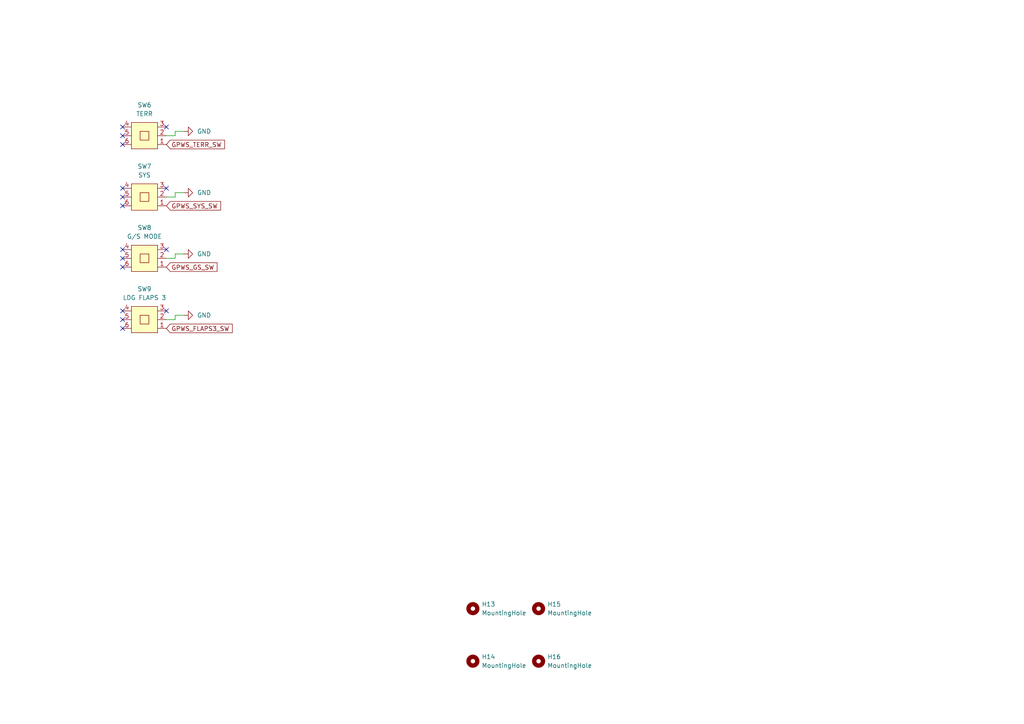
<source format=kicad_sch>
(kicad_sch (version 20250114) (generator "eeschema") (generator_version "9.0")
  (paper "A4")
  (lib_symbols
    (symbol "Mechanical:MountingHole" (pin_names (offset 1.016)) (exclude_from_sim yes) (in_bom no)
      (property "Reference" "H" (at 0 5.08 0))
      (property "Value" "MountingHole" (at 0 3.175 0))
      (symbol "MountingHole_0_1"
        (circle (center 0 0) (radius 1.27) (stroke (width 1.27)))
      )
    )
    (symbol "SFLibrary:SW_DPDT_XLX" (pin_names (offset 1.016))
      (property "Reference" "U" (at 0 5.08 0))
      (property "Value" "SW_DPDT_XLX" (at 0 2.54 0))
      (symbol "SW_DPDT_XLX_0_1"
        (rectangle (start -3.81 0) (end 3.81 -7.62) (fill (type background)))
        (polyline (pts (xy -1.27 -2.54) (xy 1.27 -2.54) (xy 1.27 -5.08) (xy -1.27 -5.08) (xy -1.27 -2.54)))
      )
      (symbol "SW_DPDT_XLX_1_1"
        (pin input line (at -6.35 -1.27 0) (length 2.54) (name "~") (number "4"))
        (pin input line (at -6.35 -3.81 0) (length 2.54) (name "~") (number "5"))
        (pin input line (at -6.35 -6.35 0) (length 2.54) (name "~") (number "6"))
        (pin input line (at 6.35 -1.27 180) (length 2.54) (name "~") (number "3"))
        (pin input line (at 6.35 -3.81 180) (length 2.54) (name "~") (number "2"))
        (pin input line (at 6.35 -6.35 180) (length 2.54) (name "~") (number "1"))
      )
    )
    (symbol "power:GND" (power) (pin_numbers (hide yes)) (pin_names (offset 0) (hide yes))
      (property "Value" "GND" (at 0 -3.81 0))
      (symbol "GND_0_1"
        (polyline (pts (xy 0 0) (xy 0 -1.27) (xy 1.27 -1.27) (xy 0 -2.54) (xy -1.27 -1.27) (xy 0 -1.27)))
      )
      (symbol "GND_1_1"
        (pin power_in line (at 0 0 270) (length 0) (name "~") (number "1"))
      )
    )
  )
  (no_connect (at 48.26 54.61))
  (no_connect (at 35.56 74.93))
  (no_connect (at 35.56 54.61))
  (no_connect (at 35.56 41.91))
  (no_connect (at 35.56 57.15))
  (no_connect (at 48.26 36.83))
  (no_connect (at 35.56 72.39))
  (no_connect (at 35.56 77.47))
  (no_connect (at 35.56 39.37))
  (no_connect (at 35.56 95.25))
  (no_connect (at 35.56 92.71))
  (no_connect (at 48.26 72.39))
  (no_connect (at 35.56 36.83))
  (no_connect (at 35.56 59.69))
  (no_connect (at 35.56 90.17))
  (no_connect (at 48.26 90.17))
  (wire (pts (xy 50.8 57.15) (xy 48.26 57.15)))
  (wire (pts (xy 50.8 73.66) (xy 50.8 74.93)))
  (wire (pts (xy 53.34 38.1) (xy 50.8 38.1)))
  (wire (pts (xy 53.34 55.88) (xy 50.8 55.88)))
  (wire (pts (xy 53.34 91.44) (xy 50.8 91.44)))
  (wire (pts (xy 50.8 39.37) (xy 48.26 39.37)))
  (wire (pts (xy 50.8 91.44) (xy 50.8 92.71)))
  (wire (pts (xy 50.8 74.93) (xy 48.26 74.93)))
  (wire (pts (xy 50.8 92.71) (xy 48.26 92.71)))
  (wire (pts (xy 50.8 38.1) (xy 50.8 39.37)))
  (wire (pts (xy 53.34 73.66) (xy 50.8 73.66)))
  (wire (pts (xy 50.8 55.88) (xy 50.8 57.15)))
  (global_label "GPWS_SYS_SW" (shape input) (at 48.26 59.69 0) (property "Intersheetrefs" "${INTERSHEET_REFS}" (effects (hide yes))))
  (global_label "GPWS_FLAPS3_SW" (shape input) (at 48.26 95.25 0) (property "Intersheetrefs" "${INTERSHEET_REFS}" (effects (hide yes))))
  (global_label "GPWS_GS_SW" (shape input) (at 48.26 77.47 0) (property "Intersheetrefs" "${INTERSHEET_REFS}" (effects (hide yes))))
  (global_label "GPWS_TERR_SW" (shape input) (at 48.26 41.91 0) (property "Intersheetrefs" "${INTERSHEET_REFS}" (effects (hide yes))))
  (symbol (lib_id "power:GND") (at 53.34 38.1 90) (unit 1)
    (property "Reference" "#PWR015" (effects (hide yes)))
    (property "Value" "GND" (at 57.15 38.0999 90) (effects (justify right)))
    (property "Description" "Power symbol creates a global label with name \"GND\" , ground" (effects (hide yes)))
  )
  (symbol (lib_id "Mechanical:MountingHole") (at 137.16 176.53 0) (unit 1) (exclude_from_sim yes) (in_bom no)
    (property "Reference" "H13" (at 139.7 175.2599 0) (effects (justify left)))
    (property "Value" "MountingHole" (at 139.7 177.7999 0) (effects (justify left)))
    (property "Footprint" "MountingHole:MountingHole_3.2mm_M3_DIN965_Pad_TopBottom" (effects (hide yes)))
    (property "Description" "Mounting Hole without connection" (effects (hide yes)))
  )
  (symbol (lib_id "SFLibrary:SW_DPDT_XLX") (at 41.91 71.12 0) (unit 1)
    (property "Reference" "SW8" (at 41.91 66.04 0))
    (property "Value" "G/S MODE" (at 41.91 68.58 0))
    (property "Footprint" "PCM_SFLibrary:G-Switch PS-7054DVB-6PN" (effects (hide yes)))
  )
  (symbol (lib_id "SFLibrary:SW_DPDT_XLX") (at 41.91 88.9 0) (unit 1)
    (property "Reference" "SW9" (at 41.91 83.82 0))
    (property "Value" "LDG FLAPS 3" (at 41.91 86.36 0))
    (property "Footprint" "PCM_SFLibrary:G-Switch PS-7054DVB-6PN" (effects (hide yes)))
  )
  (symbol (lib_id "SFLibrary:SW_DPDT_XLX") (at 41.91 35.56 0) (unit 1)
    (property "Reference" "SW6" (at 41.91 30.48 0))
    (property "Value" "TERR" (at 41.91 33.02 0))
    (property "Footprint" "PCM_SFLibrary:G-Switch PS-7054DVB-6PN" (effects (hide yes)))
  )
  (symbol (lib_id "Mechanical:MountingHole") (at 156.21 176.53 0) (unit 1) (exclude_from_sim yes) (in_bom no)
    (property "Reference" "H15" (at 158.75 175.2599 0) (effects (justify left)))
    (property "Value" "MountingHole" (at 158.75 177.7999 0) (effects (justify left)))
    (property "Footprint" "MountingHole:MountingHole_3.2mm_M3_DIN965_Pad_TopBottom" (effects (hide yes)))
    (property "Description" "Mounting Hole without connection" (effects (hide yes)))
  )
  (symbol (lib_id "Mechanical:MountingHole") (at 156.21 191.77 0) (unit 1) (exclude_from_sim yes) (in_bom no)
    (property "Reference" "H16" (at 158.75 190.4999 0) (effects (justify left)))
    (property "Value" "MountingHole" (at 158.75 193.0399 0) (effects (justify left)))
    (property "Footprint" "MountingHole:MountingHole_3.2mm_M3_DIN965_Pad_TopBottom" (effects (hide yes)))
    (property "Description" "Mounting Hole without connection" (effects (hide yes)))
  )
  (symbol (lib_id "power:GND") (at 53.34 55.88 90) (unit 1)
    (property "Reference" "#PWR024" (effects (hide yes)))
    (property "Value" "GND" (at 57.15 55.8799 90) (effects (justify right)))
    (property "Description" "Power symbol creates a global label with name \"GND\" , ground" (effects (hide yes)))
  )
  (symbol (lib_id "Mechanical:MountingHole") (at 137.16 191.77 0) (unit 1) (exclude_from_sim yes) (in_bom no)
    (property "Reference" "H14" (at 139.7 190.4999 0) (effects (justify left)))
    (property "Value" "MountingHole" (at 139.7 193.0399 0) (effects (justify left)))
    (property "Footprint" "MountingHole:MountingHole_3.2mm_M3_DIN965_Pad_TopBottom" (effects (hide yes)))
    (property "Description" "Mounting Hole without connection" (effects (hide yes)))
  )
  (symbol (lib_id "power:GND") (at 53.34 91.44 90) (unit 1)
    (property "Reference" "#PWR097" (effects (hide yes)))
    (property "Value" "GND" (at 57.15 91.4399 90) (effects (justify right)))
    (property "Description" "Power symbol creates a global label with name \"GND\" , ground" (effects (hide yes)))
  )
  (symbol (lib_id "power:GND") (at 53.34 73.66 90) (unit 1)
    (property "Reference" "#PWR074" (effects (hide yes)))
    (property "Value" "GND" (at 57.15 73.6599 90) (effects (justify right)))
    (property "Description" "Power symbol creates a global label with name \"GND\" , ground" (effects (hide yes)))
  )
  (symbol (lib_id "SFLibrary:SW_DPDT_XLX") (at 41.91 53.34 0) (unit 1)
    (property "Reference" "SW7" (at 41.91 48.26 0))
    (property "Value" "SYS" (at 41.91 50.8 0))
    (property "Footprint" "PCM_SFLibrary:G-Switch PS-7054DVB-6PN" (effects (hide yes)))
  )
)
</source>
